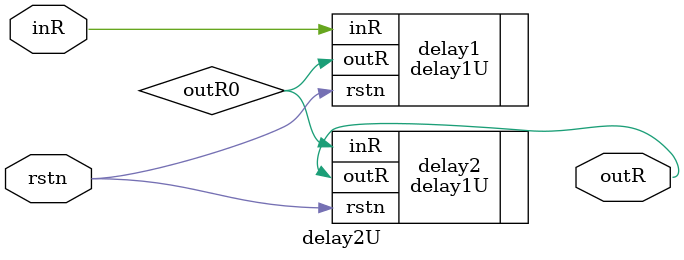
<source format=v>
`timescale 1ns / 1ps
module delay2U(inR, outR, rstn);
input inR, rstn;
output outR;

wire outR0;


delay1U delay1(.inR(inR), .outR(outR0), .rstn(rstn));
delay1U delay2(.inR(outR0), .outR(outR), .rstn(rstn));

endmodule


</source>
